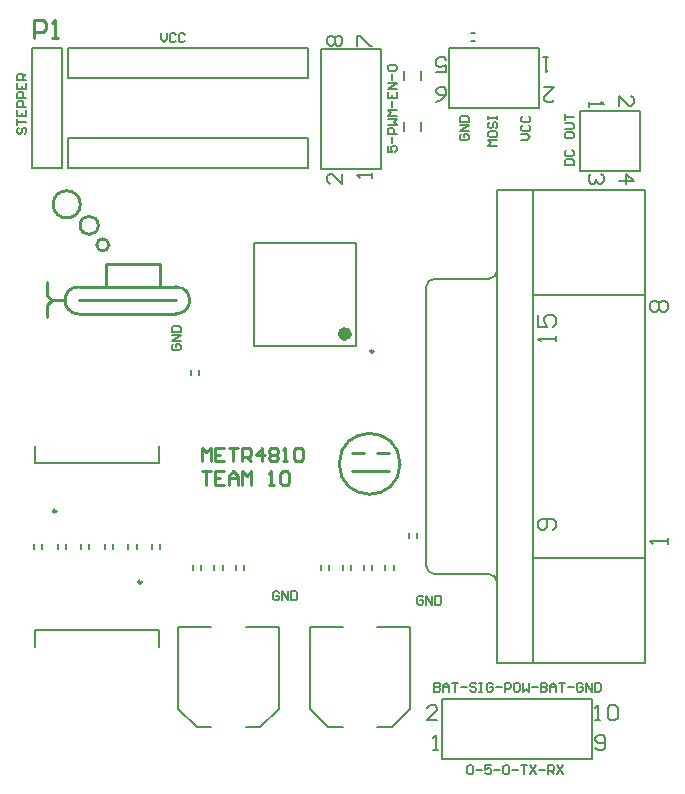
<source format=gto>
%FSDAX24Y24*%
%MOIN*%
%SFA1B1*%

%IPPOS*%
%ADD20C,0.010000*%
%ADD30C,0.009800*%
%ADD31C,0.007900*%
%ADD32C,0.023600*%
%ADD33C,0.005000*%
%ADD34C,0.008000*%
%ADD35C,0.005900*%
%LNmetr4810_pcb_b_layout-1*%
%LPD*%
G54D20*
X-019250Y014800D02*
D01*
D01*
G75*
G03Y013900I0J-450D01*
G74*G01*
X-016000D02*
D01*
D01*
G75*
G03Y014800I0J450D01*
G74*G01*
X-019193Y017550D02*
D01*
D01*
G75*
G03X-020099I-453J0D01*
G74*G01*
D01*
G75*
G03X-019193I453J0D01*
G74*G01*
X-018592Y016850D02*
D01*
D01*
G75*
G03X-019200I-304J0D01*
G74*G01*
D01*
G75*
G03X-018592I304J0D01*
G74*G01*
X-018246Y016200D02*
D01*
D01*
G75*
G03X-018646I-200J0D01*
G74*G01*
D01*
G75*
G03X-018246I200J0D01*
G74*G01*
X-008538Y008900D02*
D01*
D01*
G75*
G03X-010562I-1012J0D01*
G74*G01*
D01*
G75*
G03X-008538I1012J0D01*
G74*G01*
X-019250Y013900D02*
X-016000D01*
X-019250Y014350D02*
X-016000D01*
X-020300Y013800D02*
Y014200D01*
X-020150Y014350*
X-020300Y014500D02*
Y014950D01*
Y014500D02*
X-020150Y014350D01*
X-019700*
X-018350Y015550D02*
X-016550D01*
X-018350Y014800D02*
Y015550D01*
X-016550Y014800D02*
Y015550D01*
X-019250Y014800D02*
X-016000D01*
X-010150Y009250D02*
X-009750D01*
X-009300D02*
X-008900D01*
X-010150Y008650D02*
X-008900D01*
X-015150Y008980D02*
Y009430D01*
X-015000Y009280*
X-014850Y009430*
Y008980*
X-014400Y009430D02*
X-014700D01*
Y008980*
X-014400*
X-014700Y009205D02*
X-014550D01*
X-014250Y009430D02*
X-013950D01*
X-014100*
Y008980*
X-013800D02*
Y009430D01*
X-013576*
X-013501Y009355*
Y009205*
X-013576Y009130*
X-013800*
X-013650D02*
X-013501Y008980D01*
X-013126D02*
Y009430D01*
X-013351Y009205*
X-013051*
X-012901Y009355D02*
X-012826Y009430D01*
X-012676*
X-012601Y009355*
Y009280*
X-012676Y009205*
X-012601Y009130*
Y009055*
X-012676Y008980*
X-012826*
X-012901Y009055*
Y009130*
X-012826Y009205*
X-012901Y009280*
Y009355*
X-012826Y009205D02*
X-012676D01*
X-012451Y008980D02*
X-012301D01*
X-012376*
Y009430*
X-012451Y009355*
X-012076D02*
X-012001Y009430D01*
X-011851*
X-011776Y009355*
Y009055*
X-011851Y008980*
X-012001*
X-012076Y009055*
Y009355*
X-015150Y008650D02*
X-014850D01*
X-015000*
Y008200*
X-014400Y008650D02*
X-014700D01*
Y008200*
X-014400*
X-014700Y008425D02*
X-014550D01*
X-014250Y008200D02*
Y008500D01*
X-014100Y008650*
X-013950Y008500*
Y008200*
Y008425*
X-014250*
X-013800Y008200D02*
Y008650D01*
X-013650Y008500*
X-013501Y008650*
Y008200*
X-012901D02*
X-012751D01*
X-012826*
Y008650*
X-012901Y008575*
X-012526D02*
X-012451Y008650D01*
X-012301*
X-012226Y008575*
Y008275*
X-012301Y008200*
X-012451*
X-012526Y008275*
Y008575*
X-020739Y023090D02*
Y023690D01*
X-020439*
X-020339Y023590*
Y023390*
X-020439Y023290*
X-020739*
X-020139Y023090D02*
X-019940D01*
X-020039*
Y023690*
X-020139Y023590*
G54D30*
X-017159Y004961D02*
D01*
D01*
G75*
G03X-017257I-49J0D01*
G74*G01*
D01*
G75*
G03X-017159I49J0D01*
G74*G01*
X-020006Y007326D02*
D01*
D01*
G75*
G03X-020104I-49J0D01*
G74*G01*
D01*
G75*
G03X-020006I49J0D01*
G74*G01*
X-009426Y012650D02*
D01*
D01*
G75*
G03X-009524I-49J0D01*
G74*G01*
D01*
G75*
G03X-009426I49J0D01*
G74*G01*
G54D31*
X-007662Y005504D02*
D01*
D01*
G75*
G03X-007389Y005231I272J0D01*
G74*G01*
Y015069D02*
D01*
D01*
G75*
G03X-007662Y014796I0J-272D01*
G74*G01*
X-005302Y004955D02*
D01*
D01*
G75*
G03X-005576Y005229I-274J0D01*
G74*G01*
Y015071D02*
D01*
D01*
G75*
G03X-005302Y015345I0J274D01*
G74*G01*
X-006179Y022988D02*
X-006021D01*
X-006179Y023263D02*
X-006021D01*
X-000550Y018677D02*
Y020677D01*
X-002550D02*
X-000550D01*
X-002550Y018677D02*
X-000550D01*
X-002550D02*
Y020677D01*
X-007122Y-000945D02*
X-002122D01*
X-007122Y001055D02*
X-002122D01*
X-007122Y-000945D02*
Y001055D01*
X-002122Y-000945D02*
Y001055D01*
X-010175Y005356D02*
Y005513D01*
X-010451Y005356D02*
Y005513D01*
X-009738Y005356D02*
Y005513D01*
X-009463Y005356D02*
Y005513D01*
X-008750Y005356D02*
Y005513D01*
X-009026Y005356D02*
Y005513D01*
X-007823Y019978D02*
Y020293D01*
X-008413Y019978D02*
Y020293D01*
X-020462Y006065D02*
Y006222D01*
X-020738Y006065D02*
Y006222D01*
X-008205Y000738D02*
Y003474D01*
X-009308D02*
X-008205D01*
X-011552D02*
X-010449D01*
X-011552Y000738D02*
Y003474D01*
X-009308Y000128D02*
X-008815D01*
X-008205Y000738*
X-011552D02*
X-010941Y000128D01*
X-010449*
X-012577Y000738D02*
Y003474D01*
X-013679D02*
X-012577D01*
X-015923D02*
X-014821D01*
X-015923Y000738D02*
Y003474D01*
X-013679Y000128D02*
X-013187D01*
X-012577Y000738*
X-015923D02*
X-015313Y000128D01*
X-014821*
X-019675Y006065D02*
Y006222D01*
X-019950Y006065D02*
Y006222D01*
X-018887Y006065D02*
Y006222D01*
X-019163Y006065D02*
Y006222D01*
X-016565Y002795D02*
Y003346D01*
X-020699D02*
X-016565D01*
X-020699Y002795D02*
Y003346D01*
X-016801Y006065D02*
Y006222D01*
X-016525Y006065D02*
Y006222D01*
X-017588Y006065D02*
Y006222D01*
X-017313Y006065D02*
Y006222D01*
X-019618Y022750D02*
X-011618D01*
X-019618Y021750D02*
Y022750D01*
Y021750D02*
X-011618D01*
Y022750*
X-019618Y019750D02*
X-011618D01*
X-019618Y018750D02*
Y019750D01*
Y018750D02*
X-011618D01*
Y019750*
X-018376Y006065D02*
Y006222D01*
X-018100Y006065D02*
Y006222D01*
X-020699Y008940D02*
Y009492D01*
Y008940D02*
X-016565D01*
Y009492*
X-005300Y018024D02*
X-000379D01*
X-005300Y002276D02*
X-000379D01*
X-007387Y015071D02*
X-005576D01*
X-007387Y005229D02*
X-005576D01*
X-007662Y005504D02*
Y014796D01*
X-000379Y002276D02*
Y018024D01*
X-004119Y014536D02*
X-000379D01*
X-005300Y002276D02*
Y018024D01*
X-004119Y005764D02*
X-000379D01*
X-004119Y002276D02*
Y018024D01*
X-015438Y005356D02*
Y005513D01*
X-015162Y005356D02*
Y005513D01*
X-006900Y022750D02*
X-004983D01*
X-006900D02*
X-003900D01*
X-006900Y020750D02*
X-003900D01*
Y022750*
X-006900Y020750D02*
Y022750D01*
X-014450Y005356D02*
Y005513D01*
X-014725Y005356D02*
Y005513D01*
X-014013Y005356D02*
Y005513D01*
X-013737Y005356D02*
Y005513D01*
X-008413Y021693D02*
Y022007D01*
X-007823Y021693D02*
Y022007D01*
X-011168Y022743D02*
X-009168D01*
X-011168Y018743D02*
X-009168D01*
X-011168D02*
Y022743D01*
X-009168Y018743D02*
Y022743D01*
X-010888Y005356D02*
Y005513D01*
X-011163Y005356D02*
Y005513D01*
X-007962Y006440D02*
Y006598D01*
X-008238Y006440D02*
Y006598D01*
X-015242Y011871D02*
Y012029D01*
X-015518Y011871D02*
Y012029D01*
X-020797Y018750D02*
X-019797D01*
X-020797D02*
Y022750D01*
X-019797Y018750D02*
Y022750D01*
X-020797D02*
X-019797D01*
X-009987Y012837D02*
Y016263D01*
X-013413Y012837D02*
Y016263D01*
Y012837D02*
X-009987D01*
X-013413Y016263D02*
X-009987D01*
G54D32*
X-010263Y013231D02*
D01*
D01*
G75*
G03X-010499I-118J0D01*
G74*G01*
D01*
G75*
G03X-010263I118J0D01*
G74*G01*
G54D33*
X-016100Y012889D02*
X-016150Y012839D01*
Y012739*
X-016100Y012689*
X-015900*
X-015850Y012739*
Y012839*
X-015900Y012889*
X-016000*
Y012789*
X-015850Y012989D02*
X-016150D01*
X-015850Y013189*
X-016150*
Y013289D02*
X-015850D01*
Y013439*
X-015900Y013489*
X-016100*
X-016150Y013439*
Y013289*
X-021250Y020100D02*
X-021300Y020050D01*
Y019950*
X-021250Y019900*
X-021200*
X-021150Y019950*
Y020050*
X-021100Y020100*
X-021050*
X-021000Y020050*
Y019950*
X-021050Y019900*
X-021300Y020200D02*
Y020400D01*
Y020300*
X-021000*
X-021300Y020700D02*
Y020500D01*
X-021000*
Y020700*
X-021150Y020500D02*
Y020600D01*
X-021000Y020800D02*
X-021300D01*
Y020950*
X-021250Y021000*
X-021150*
X-021100Y020950*
Y020800*
X-021000Y021100D02*
X-021300D01*
Y021250*
X-021250Y021300*
X-021150*
X-021100Y021250*
Y021100*
X-021300Y021599D02*
Y021400D01*
X-021000*
Y021599*
X-021150Y021400D02*
Y021499D01*
X-021000Y021699D02*
X-021300D01*
Y021849*
X-021250Y021899*
X-021150*
X-021100Y021849*
Y021699*
Y021799D02*
X-021000Y021899D01*
X-003050Y018850D02*
X-002750D01*
Y019000*
X-002800Y019050*
X-003000*
X-003050Y019000*
Y018850*
X-003000Y019350D02*
X-003050Y019300D01*
Y019200*
X-003000Y019150*
X-002800*
X-002750Y019200*
Y019300*
X-002800Y019350*
X-003050Y019900D02*
Y019800D01*
X-003000Y019750*
X-002800*
X-002750Y019800*
Y019900*
X-002800Y019950*
X-003000*
X-003050Y019900*
Y020050D02*
X-002800D01*
X-002750Y020100*
Y020200*
X-002800Y020250*
X-003050*
Y020350D02*
Y020549D01*
Y020449*
X-002750*
X-004500Y019689D02*
X-004300D01*
X-004200Y019789*
X-004300Y019889*
X-004500*
X-004450Y020189D02*
X-004500Y020139D01*
Y020039*
X-004450Y019989*
X-004250*
X-004200Y020039*
Y020139*
X-004250Y020189*
X-004450Y020489D02*
X-004500Y020439D01*
Y020339*
X-004450Y020289*
X-004250*
X-004200Y020339*
Y020439*
X-004250Y020489*
X-005300Y019489D02*
X-005600D01*
X-005500Y019589*
X-005600Y019689*
X-005300*
X-005600Y019939D02*
Y019839D01*
X-005550Y019789*
X-005350*
X-005300Y019839*
Y019939*
X-005350Y019989*
X-005550*
X-005600Y019939*
X-005550Y020289D02*
X-005600Y020239D01*
Y020139*
X-005550Y020089*
X-005500*
X-005450Y020139*
Y020239*
X-005400Y020289*
X-005350*
X-005300Y020239*
Y020139*
X-005350Y020089*
X-005600Y020389D02*
Y020489D01*
Y020439*
X-005300*
Y020389*
Y020489*
X-006500Y019889D02*
X-006550Y019839D01*
Y019739*
X-006500Y019689*
X-006300*
X-006250Y019739*
Y019839*
X-006300Y019889*
X-006400*
Y019789*
X-006250Y019989D02*
X-006550D01*
X-006250Y020189*
X-006550*
Y020289D02*
X-006250D01*
Y020439*
X-006300Y020489*
X-006500*
X-006550Y020439*
Y020289*
X-008950Y019500D02*
Y019300D01*
X-008800*
X-008850Y019400*
Y019450*
X-008800Y019500*
X-008700*
X-008650Y019450*
Y019350*
X-008700Y019300*
X-008800Y019600D02*
Y019800D01*
X-008650Y019900D02*
X-008950D01*
Y020050*
X-008900Y020100*
X-008800*
X-008750Y020050*
Y019900*
X-008950Y020200D02*
X-008650D01*
X-008750Y020300*
X-008650Y020400*
X-008950*
X-008650Y020500D02*
X-008950D01*
X-008850Y020600*
X-008950Y020700*
X-008650*
X-008800Y020800D02*
Y020999D01*
X-008950Y021299D02*
Y021099D01*
X-008650*
Y021299*
X-008800Y021099D02*
Y021199D01*
X-008650Y021399D02*
X-008950D01*
X-008650Y021599*
X-008950*
X-008800Y021699D02*
Y021899D01*
X-008900Y021999D02*
X-008950Y022049D01*
Y022149*
X-008900Y022199*
X-008700*
X-008650Y022149*
Y022049*
X-008700Y021999*
X-008900*
X-016511Y023250D02*
Y023050D01*
X-016411Y022950*
X-016311Y023050*
Y023250*
X-016011Y023200D02*
X-016061Y023250D01*
X-016161*
X-016211Y023200*
Y023000*
X-016161Y022950*
X-016061*
X-016011Y023000*
X-015711Y023200D02*
X-015761Y023250D01*
X-015861*
X-015911Y023200*
Y023000*
X-015861Y022950*
X-015761*
X-015711Y023000*
X-007761Y004450D02*
X-007811Y004500D01*
X-007911*
X-007961Y004450*
Y004250*
X-007911Y004200*
X-007811*
X-007761Y004250*
Y004350*
X-007861*
X-007661Y004200D02*
Y004500D01*
X-007461Y004200*
Y004500*
X-007361D02*
Y004200D01*
X-007211*
X-007161Y004250*
Y004450*
X-007211Y004500*
X-007361*
X-012561Y004600D02*
X-012611Y004650D01*
X-012711*
X-012761Y004600*
Y004400*
X-012711Y004350*
X-012611*
X-012561Y004400*
Y004500*
X-012661*
X-012461Y004350D02*
Y004650D01*
X-012261Y004350*
Y004650*
X-012161D02*
Y004350D01*
X-012011*
X-011961Y004400*
Y004600*
X-012011Y004650*
X-012161*
X-006300Y-001200D02*
X-006250Y-001150D01*
X-006150*
X-006100Y-001200*
Y-001400*
X-006150Y-001450*
X-006250*
X-006300Y-001400*
Y-001200*
X-006000Y-001300D02*
X-005800D01*
X-005500Y-001150D02*
X-005700D01*
Y-001300*
X-005600Y-001250*
X-005550*
X-005500Y-001300*
Y-001400*
X-005550Y-001450*
X-005650*
X-005700Y-001400*
X-005400Y-001300D02*
X-005200D01*
X-005100Y-001200D02*
X-005050Y-001150D01*
X-004950*
X-004900Y-001200*
Y-001400*
X-004950Y-001450*
X-005050*
X-005100Y-001400*
Y-001200*
X-004800Y-001300D02*
X-004601D01*
X-004501Y-001150D02*
X-004301D01*
X-004401*
Y-001450*
X-004201Y-001150D02*
X-004001Y-001450D01*
Y-001150D02*
X-004201Y-001450D01*
X-003901Y-001300D02*
X-003701D01*
X-003601Y-001450D02*
Y-001150D01*
X-003451*
X-003401Y-001200*
Y-001300*
X-003451Y-001350*
X-003601*
X-003501D02*
X-003401Y-001450D01*
X-003301Y-001150D02*
X-003101Y-001450D01*
Y-001150D02*
X-003301Y-001450D01*
X-007400Y001600D02*
Y001300D01*
X-007250*
X-007200Y001350*
Y001400*
X-007250Y001450*
X-007400*
X-007250*
X-007200Y001500*
Y001550*
X-007250Y001600*
X-007400*
X-007100Y001300D02*
Y001500D01*
X-007000Y001600*
X-006900Y001500*
Y001300*
Y001450*
X-007100*
X-006800Y001600D02*
X-006600D01*
X-006700*
Y001300*
X-006500Y001450D02*
X-006300D01*
X-006000Y001550D02*
X-006050Y001600D01*
X-006150*
X-006200Y001550*
Y001500*
X-006150Y001450*
X-006050*
X-006000Y001400*
Y001350*
X-006050Y001300*
X-006150*
X-006200Y001350*
X-005900Y001600D02*
X-005801D01*
X-005850*
Y001300*
X-005900*
X-005801*
X-005451Y001550D02*
X-005501Y001600D01*
X-005601*
X-005651Y001550*
Y001350*
X-005601Y001300*
X-005501*
X-005451Y001350*
Y001450*
X-005551*
X-005351D02*
X-005151D01*
X-005051Y001300D02*
Y001600D01*
X-004901*
X-004851Y001550*
Y001450*
X-004901Y001400*
X-005051*
X-004601Y001600D02*
X-004701D01*
X-004751Y001550*
Y001350*
X-004701Y001300*
X-004601*
X-004551Y001350*
Y001550*
X-004601Y001600*
X-004451D02*
Y001300D01*
X-004351Y001400*
X-004251Y001300*
Y001600*
X-004151Y001450D02*
X-003951D01*
X-003851Y001600D02*
Y001300D01*
X-003701*
X-003651Y001350*
Y001400*
X-003701Y001450*
X-003851*
X-003701*
X-003651Y001500*
Y001550*
X-003701Y001600*
X-003851*
X-003551Y001300D02*
Y001500D01*
X-003451Y001600*
X-003351Y001500*
Y001300*
Y001450*
X-003551*
X-003251Y001600D02*
X-003051D01*
X-003151*
Y001300*
X-002951Y001450D02*
X-002752D01*
X-002452Y001550D02*
X-002502Y001600D01*
X-002602*
X-002652Y001550*
Y001350*
X-002602Y001300*
X-002502*
X-002452Y001350*
Y001450*
X-002552*
X-002352Y001300D02*
Y001600D01*
X-002152Y001300*
Y001600*
X-002052D02*
Y001300D01*
X-001902*
X-001852Y001350*
Y001550*
X-001902Y001600*
X-002052*
G54D34*
X-002250Y020977D02*
Y020810D01*
Y020893*
X-001750*
X-001833Y020977*
X-001250Y020843D02*
Y021177D01*
X-000917Y020843*
X-000833*
X-000750Y020927*
Y021093*
X-000833Y021177*
X-001250Y018327D02*
X-000750D01*
X-001000Y018577*
Y018243*
X-001833Y018577D02*
X-001750Y018493D01*
Y018327*
X-001833Y018243*
X-001917*
X-002000Y018327*
Y018410*
Y018327*
X-002083Y018243*
X-002167*
X-002250Y018327*
Y018493*
X-002167Y018577*
X-002022Y000355D02*
X-001855D01*
X-001938*
Y000855*
X-002022Y000772*
X-001605D02*
X-001522Y000855D01*
X-001355*
X-001272Y000772*
Y000438*
X-001355Y000355*
X-001522*
X-001605Y000438*
Y000772*
X-002022Y-000562D02*
X-001938Y-000645D01*
X-001772*
X-001688Y-000562*
Y-000228*
X-001772Y-000145*
X-001938*
X-002022Y-000228*
Y-000312*
X-001938Y-000395*
X-001688*
X-007422Y-000645D02*
X-007255D01*
X-007338*
Y-000145*
X-007422Y-000228*
X-007288Y000355D02*
X-007622D01*
X-007288Y000688*
Y000772*
X-007372Y000855*
X-007538*
X-007622Y000772*
X-003600Y022450D02*
X-003767D01*
X-003683*
Y021950*
X-003600Y022033*
X-003733Y021450D02*
X-003400D01*
X-003733Y021117*
Y021033*
X-003650Y020950*
X-003483*
X-003400Y021033*
X-007333Y021950D02*
X-007000D01*
Y022200*
X-007167Y022117*
X-007250*
X-007333Y022200*
Y022367*
X-007250Y022450*
X-007083*
X-007000Y022367*
X-007333Y020950D02*
X-007167Y021033D01*
X-007000Y021200*
Y021367*
X-007083Y021450*
X-007250*
X-007333Y021367*
Y021283*
X-007250Y021200*
X-007000*
X-010885Y022843D02*
X-010968Y022927D01*
Y023093*
X-010885Y023177*
X-010801*
X-010718Y023093*
X-010635Y023177*
X-010551*
X-010468Y023093*
Y022927*
X-010551Y022843*
X-010635*
X-010718Y022927*
X-010801Y022843*
X-010885*
X-010718Y022927D02*
Y023093D01*
X-009968Y022843D02*
Y023177D01*
X-009885*
X-009551Y022843*
X-009468*
Y018443D02*
Y018610D01*
Y018527*
X-009968*
X-009885Y018443*
X-010468Y018577D02*
Y018243D01*
X-010801Y018577*
X-010885*
X-010968Y018493*
Y018327*
X-010885Y018243*
G54D35*
X000399Y006235D02*
Y006431D01*
Y006333*
X-000192*
X-000093Y006235*
Y013950D02*
X-000192Y014048D01*
Y014245*
X-000093Y014344*
X000005*
X000104Y014245*
X000202Y014344*
X000300*
X000399Y014245*
Y014048*
X000300Y013950*
X000202*
X000104Y014048*
X000005Y013950*
X-000093*
X000104Y014048D02*
Y014245D01*
X-003341Y012979D02*
Y013176D01*
Y013077*
X-003932*
X-003833Y012979*
X-003932Y013864D02*
Y013471D01*
X-003637*
X-003735Y013667*
Y013766*
X-003637Y013864*
X-003440*
X-003341Y013766*
Y013569*
X-003440Y013471*
Y006682D02*
X-003341Y006780D01*
Y006977*
X-003440Y007075*
X-003833*
X-003932Y006977*
Y006780*
X-003833Y006682*
X-003735*
X-003637Y006780*
Y007075*
M02*
</source>
